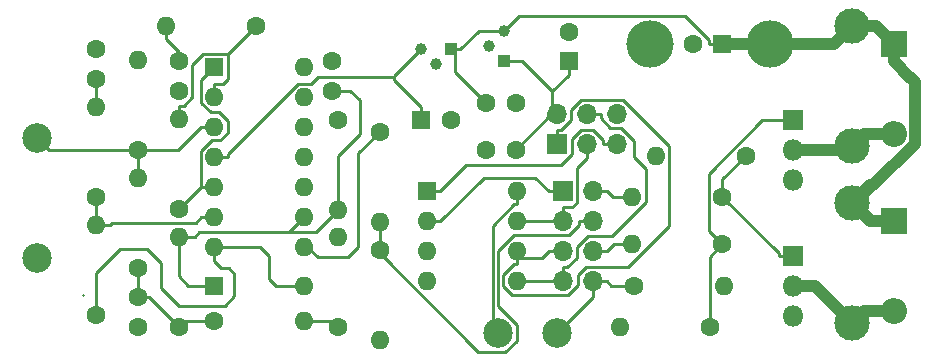
<source format=gtl>
G04 #@! TF.FileFunction,Copper,L1,Top,Signal*
%FSLAX46Y46*%
G04 Gerber Fmt 4.6, Leading zero omitted, Abs format (unit mm)*
G04 Created by KiCad (PCBNEW 4.0.5) date 03/21/18 15:22:20*
%MOMM*%
%LPD*%
G01*
G04 APERTURE LIST*
%ADD10C,0.100000*%
%ADD11C,1.600000*%
%ADD12R,1.600000X1.600000*%
%ADD13O,1.600000X1.600000*%
%ADD14R,2.200000X2.200000*%
%ADD15O,2.200000X2.200000*%
%ADD16C,4.000500*%
%ADD17C,2.499360*%
%ADD18R,1.700000X1.700000*%
%ADD19O,1.700000X1.700000*%
%ADD20C,2.999740*%
%ADD21R,1.800000X1.800000*%
%ADD22O,1.800000X1.800000*%
%ADD23C,1.000000*%
%ADD24R,1.000000X1.000000*%
%ADD25C,0.250000*%
%ADD26C,1.000000*%
G04 APERTURE END LIST*
D10*
D11*
X101000000Y-129500000D03*
X103500000Y-129500000D03*
X75000000Y-126000000D03*
X75000000Y-128500000D03*
D12*
X95500000Y-131000000D03*
D11*
X98000000Y-131000000D03*
X71500000Y-146000000D03*
X71500000Y-148500000D03*
D12*
X121000000Y-124500000D03*
D11*
X118500000Y-124500000D03*
X68000000Y-127500000D03*
X68000000Y-125000000D03*
D12*
X108000000Y-126000000D03*
D11*
X108000000Y-123500000D03*
X103500000Y-133500000D03*
X101000000Y-133500000D03*
X88000000Y-128500000D03*
X88000000Y-126000000D03*
D12*
X78000000Y-145000000D03*
D13*
X85620000Y-145000000D03*
D14*
X135500000Y-139500000D03*
D15*
X135500000Y-147120000D03*
D14*
X135500000Y-124500000D03*
D15*
X135500000Y-132120000D03*
D16*
X125000000Y-124500000D03*
X114840000Y-124500000D03*
D17*
X63000000Y-132500000D03*
X63000000Y-142660000D03*
D18*
X107000000Y-133000000D03*
D19*
X107000000Y-130460000D03*
X109540000Y-133000000D03*
X109540000Y-130460000D03*
X112080000Y-133000000D03*
X112080000Y-130460000D03*
D18*
X107500000Y-137000000D03*
D19*
X110040000Y-137000000D03*
X107500000Y-139540000D03*
X110040000Y-139540000D03*
X107500000Y-142080000D03*
X110040000Y-142080000D03*
X107500000Y-144620000D03*
X110040000Y-144620000D03*
D17*
X102000000Y-149000000D03*
X107000000Y-149000000D03*
D20*
X132000000Y-138000000D03*
X132000000Y-148160000D03*
X132000000Y-123000000D03*
X132000000Y-133160000D03*
D21*
X127000000Y-142500000D03*
D22*
X127000000Y-145040000D03*
X127000000Y-147580000D03*
D21*
X127000000Y-131000000D03*
D22*
X127000000Y-133540000D03*
X127000000Y-136080000D03*
D11*
X71500000Y-143500000D03*
D13*
X71500000Y-135880000D03*
D11*
X71500000Y-133500000D03*
D13*
X71500000Y-125880000D03*
D11*
X81500000Y-123000000D03*
D13*
X73880000Y-123000000D03*
D11*
X75000000Y-138500000D03*
D13*
X75000000Y-130880000D03*
D11*
X68000000Y-137500000D03*
D13*
X68000000Y-129880000D03*
D11*
X68000000Y-147500000D03*
D13*
X68000000Y-139880000D03*
D11*
X88500000Y-131000000D03*
D13*
X88500000Y-138620000D03*
D11*
X75000000Y-148500000D03*
D13*
X75000000Y-140880000D03*
D11*
X88500000Y-148500000D03*
D13*
X88500000Y-140880000D03*
D11*
X78000000Y-148000000D03*
D13*
X85620000Y-148000000D03*
D11*
X92000000Y-132000000D03*
D13*
X92000000Y-139620000D03*
D11*
X92000000Y-142000000D03*
D13*
X92000000Y-149620000D03*
D11*
X113500000Y-145000000D03*
D13*
X121120000Y-145000000D03*
D11*
X121000000Y-137500000D03*
D13*
X113380000Y-137500000D03*
D11*
X123000000Y-134000000D03*
D13*
X115380000Y-134000000D03*
D11*
X121000000Y-141500000D03*
D13*
X113380000Y-141500000D03*
D11*
X120000000Y-148500000D03*
D13*
X112380000Y-148500000D03*
D23*
X96730000Y-126270000D03*
X95460000Y-125000000D03*
D24*
X98000000Y-125000000D03*
D12*
X78000000Y-126500000D03*
D13*
X85620000Y-141740000D03*
X78000000Y-129040000D03*
X85620000Y-139200000D03*
X78000000Y-131580000D03*
X85620000Y-136660000D03*
X78000000Y-134120000D03*
X85620000Y-134120000D03*
X78000000Y-136660000D03*
X85620000Y-131580000D03*
X78000000Y-139200000D03*
X85620000Y-129040000D03*
X78000000Y-141740000D03*
X85620000Y-126500000D03*
D23*
X101230000Y-124730000D03*
X102500000Y-123460000D03*
D24*
X102500000Y-126000000D03*
D12*
X96000000Y-137000000D03*
D13*
X103620000Y-144620000D03*
X96000000Y-139540000D03*
X103620000Y-142080000D03*
X96000000Y-142080000D03*
X103620000Y-139540000D03*
X96000000Y-144620000D03*
X103620000Y-137000000D03*
D25*
X66859400Y-145800000D02*
X66859400Y-145793400D01*
D26*
X121000000Y-124500000D02*
X125000000Y-124500000D01*
X135500000Y-139500000D02*
X133500000Y-139500000D01*
X133500000Y-139500000D02*
X132000000Y-138000000D01*
X136925300Y-127350600D02*
X136925300Y-127425300D01*
X136925300Y-127425300D02*
X135500000Y-126000000D01*
X135500000Y-126000000D02*
X135500000Y-124500000D01*
X132000000Y-138000000D02*
X133499869Y-136500131D01*
X133499869Y-136500131D02*
X133783871Y-136500131D01*
X133783871Y-136500131D02*
X137300001Y-132984001D01*
X137300001Y-132984001D02*
X137300001Y-127725301D01*
X137300001Y-127725301D02*
X136925300Y-127350600D01*
X132000000Y-123000000D02*
X134000000Y-123000000D01*
X134000000Y-123000000D02*
X135500000Y-124500000D01*
X125000000Y-124500000D02*
X130500000Y-124500000D01*
X130500000Y-124500000D02*
X132000000Y-123000000D01*
D25*
X135500000Y-139500000D02*
X134074700Y-139500000D01*
X136925300Y-133649400D02*
X136925300Y-127350600D01*
X132574700Y-138000000D02*
X136925300Y-133649400D01*
X132000000Y-138000000D02*
X132574700Y-138000000D01*
X132574700Y-138000000D02*
X134074700Y-139500000D01*
X98000000Y-125000000D02*
X98412700Y-125000000D01*
X98412700Y-125000000D02*
X98825300Y-125000000D01*
X98412700Y-126912700D02*
X101000000Y-129500000D01*
X98412700Y-125000000D02*
X98412700Y-126912700D01*
X100365300Y-123460000D02*
X102500000Y-123460000D01*
X98825300Y-125000000D02*
X100365300Y-123460000D01*
X119874700Y-124218700D02*
X119874700Y-124500000D01*
X117821100Y-122165100D02*
X119874700Y-124218700D01*
X103794900Y-122165100D02*
X117821100Y-122165100D01*
X102500000Y-123460000D02*
X103794900Y-122165100D01*
X121000000Y-124500000D02*
X119874700Y-124500000D01*
X88000000Y-130500000D02*
X88500000Y-131000000D01*
X75000000Y-125245300D02*
X75000000Y-126000000D01*
X73880000Y-124125300D02*
X75000000Y-125245300D01*
X73880000Y-123000000D02*
X73880000Y-124125300D01*
X72500000Y-146000000D02*
X75000000Y-148500000D01*
X71500000Y-146000000D02*
X72500000Y-146000000D01*
X71500000Y-143500000D02*
X71500000Y-146000000D01*
X75500000Y-148000000D02*
X75000000Y-148500000D01*
X78000000Y-148000000D02*
X75500000Y-148000000D01*
X95500000Y-131000000D02*
X95500000Y-129874700D01*
X86751000Y-127333700D02*
X93210000Y-127333700D01*
X86170100Y-127914600D02*
X86751000Y-127333700D01*
X85049400Y-127914600D02*
X86170100Y-127914600D01*
X79125300Y-133838700D02*
X85049400Y-127914600D01*
X79125300Y-134120000D02*
X79125300Y-133838700D01*
X93210000Y-127250000D02*
X93210000Y-127333700D01*
X95460000Y-125000000D02*
X93210000Y-127250000D01*
X93210000Y-127584700D02*
X95500000Y-129874700D01*
X93210000Y-127333700D02*
X93210000Y-127584700D01*
X78000000Y-134120000D02*
X79012700Y-134120000D01*
X79012700Y-134120000D02*
X79125300Y-134120000D01*
X68000000Y-129880000D02*
X68000000Y-127500000D01*
X107000000Y-130460000D02*
X106600100Y-130460000D01*
X108000000Y-126000000D02*
X108000000Y-127125300D01*
X104074900Y-126000000D02*
X106600100Y-128525200D01*
X102500000Y-126000000D02*
X104074900Y-126000000D01*
X106600100Y-130460000D02*
X106600100Y-128525200D01*
X106600100Y-128525200D02*
X108000000Y-127125300D01*
X106540000Y-130460000D02*
X106600100Y-130460000D01*
X103500000Y-133500000D02*
X106540000Y-130460000D01*
X103620000Y-137000000D02*
X103620000Y-138125300D01*
X101549700Y-148549700D02*
X102000000Y-149000000D01*
X101549700Y-139914300D02*
X101549700Y-148549700D01*
X103338700Y-138125300D02*
X101549700Y-139914300D01*
X103620000Y-138125300D02*
X103338700Y-138125300D01*
X88500000Y-138620000D02*
X88500000Y-134000000D01*
X89500000Y-128500000D02*
X88000000Y-128500000D01*
X90300000Y-129300000D02*
X89500000Y-128500000D01*
X90300000Y-132200000D02*
X90300000Y-129300000D01*
X88500000Y-134000000D02*
X90300000Y-132200000D01*
X84000000Y-140500000D02*
X84320000Y-140500000D01*
X84320000Y-140500000D02*
X85620000Y-139200000D01*
X75000000Y-140880000D02*
X76320000Y-140880000D01*
X86620000Y-140500000D02*
X88500000Y-138620000D01*
X76700000Y-140500000D02*
X84000000Y-140500000D01*
X84000000Y-140500000D02*
X86620000Y-140500000D01*
X76320000Y-140880000D02*
X76700000Y-140500000D01*
X75000000Y-140880000D02*
X75000000Y-144200000D01*
X75800000Y-145000000D02*
X78000000Y-145000000D01*
X75000000Y-144200000D02*
X75800000Y-145000000D01*
X78000000Y-141740000D02*
X78000000Y-142900000D01*
X68000000Y-143900000D02*
X68000000Y-147500000D01*
X70000000Y-141900000D02*
X68000000Y-143900000D01*
X72300000Y-141900000D02*
X70000000Y-141900000D01*
X73500000Y-143100000D02*
X72300000Y-141900000D01*
X73500000Y-145200000D02*
X73500000Y-143100000D01*
X75000000Y-146700000D02*
X73500000Y-145200000D01*
X78900000Y-146700000D02*
X75000000Y-146700000D01*
X79700000Y-145900000D02*
X78900000Y-146700000D01*
X79700000Y-144000000D02*
X79700000Y-145900000D01*
X79200000Y-143500000D02*
X79700000Y-144000000D01*
X78600000Y-143500000D02*
X79200000Y-143500000D01*
X78000000Y-142900000D02*
X78600000Y-143500000D01*
X85620000Y-145000000D02*
X83200000Y-145000000D01*
X81840000Y-141740000D02*
X78000000Y-141740000D01*
X82600000Y-142500000D02*
X81840000Y-141740000D01*
X82600000Y-144400000D02*
X82600000Y-142500000D01*
X83200000Y-145000000D02*
X82600000Y-144400000D01*
D26*
X127000000Y-145040000D02*
X128880000Y-145040000D01*
X128880000Y-145040000D02*
X132000000Y-148160000D01*
X135500000Y-147120000D02*
X133040000Y-147120000D01*
X133040000Y-147120000D02*
X132000000Y-148160000D01*
X127000000Y-133540000D02*
X131620000Y-133540000D01*
X131620000Y-133540000D02*
X132000000Y-133160000D01*
X135500000Y-132120000D02*
X133040000Y-132120000D01*
X133040000Y-132120000D02*
X132000000Y-133160000D01*
D25*
X78000000Y-131580000D02*
X76874700Y-131580000D01*
X74954700Y-133500000D02*
X71500000Y-133500000D01*
X76874700Y-131580000D02*
X74954700Y-133500000D01*
X71500000Y-133500000D02*
X71500000Y-135880000D01*
X64000000Y-133500000D02*
X63000000Y-132500000D01*
X71500000Y-133500000D02*
X64000000Y-133500000D01*
X107000000Y-133000000D02*
X107000000Y-131824700D01*
X107367400Y-131824700D02*
X107000000Y-131824700D01*
X108175300Y-131016800D02*
X107367400Y-131824700D01*
X108175300Y-130147700D02*
X108175300Y-131016800D01*
X109059100Y-129263900D02*
X108175300Y-130147700D01*
X112587100Y-129263900D02*
X109059100Y-129263900D01*
X116515000Y-133191800D02*
X112587100Y-129263900D01*
X116515000Y-139960600D02*
X116515000Y-133191800D01*
X113030900Y-143444700D02*
X116515000Y-139960600D01*
X109487100Y-143444700D02*
X113030900Y-143444700D01*
X108803400Y-144128400D02*
X109487100Y-143444700D01*
X108803400Y-144987700D02*
X108803400Y-144128400D01*
X107964600Y-145826500D02*
X108803400Y-144987700D01*
X103217200Y-145826500D02*
X107964600Y-145826500D01*
X102450700Y-145060000D02*
X103217200Y-145826500D01*
X102450700Y-144093300D02*
X102450700Y-145060000D01*
X103338700Y-143205300D02*
X102450700Y-144093300D01*
X103620000Y-143205300D02*
X103338700Y-143205300D01*
X103620000Y-142080000D02*
X103620000Y-142642600D01*
X103620000Y-142642600D02*
X103620000Y-143205300D01*
X105762100Y-142642600D02*
X106324700Y-142080000D01*
X103620000Y-142642600D02*
X105762100Y-142642600D01*
X107500000Y-142080000D02*
X106324700Y-142080000D01*
X109540000Y-133000000D02*
X109540000Y-134175300D01*
X103620000Y-139540000D02*
X107500000Y-139540000D01*
X108675300Y-135040000D02*
X109540000Y-134175300D01*
X108675300Y-137997500D02*
X108675300Y-135040000D01*
X108308100Y-138364700D02*
X108675300Y-137997500D01*
X107500000Y-138364700D02*
X108308100Y-138364700D01*
X107500000Y-139540000D02*
X107500000Y-138364700D01*
X109540000Y-130460000D02*
X110715300Y-130460000D01*
X103620000Y-144620000D02*
X107500000Y-144620000D01*
X110715300Y-130827400D02*
X110715300Y-130460000D01*
X111523200Y-131635300D02*
X110715300Y-130827400D01*
X112440000Y-131635300D02*
X111523200Y-131635300D01*
X113522300Y-132717600D02*
X112440000Y-131635300D01*
X113522300Y-134076900D02*
X113522300Y-132717600D01*
X114552100Y-135106700D02*
X113522300Y-134076900D01*
X114552100Y-137926800D02*
X114552100Y-135106700D01*
X111668900Y-140810000D02*
X114552100Y-137926800D01*
X109625800Y-140810000D02*
X111668900Y-140810000D01*
X108675300Y-141760500D02*
X109625800Y-140810000D01*
X108675300Y-142636800D02*
X108675300Y-141760500D01*
X107867400Y-143444700D02*
X108675300Y-142636800D01*
X107500000Y-143444700D02*
X107867400Y-143444700D01*
X107500000Y-144620000D02*
X107500000Y-143444700D01*
X110904700Y-132632600D02*
X110904700Y-133000000D01*
X110096800Y-131824700D02*
X110904700Y-132632600D01*
X109048100Y-131824700D02*
X110096800Y-131824700D01*
X108270000Y-132602800D02*
X109048100Y-131824700D01*
X108270000Y-133890100D02*
X108270000Y-132602800D01*
X107368400Y-134791700D02*
X108270000Y-133890100D01*
X99333600Y-134791700D02*
X107368400Y-134791700D01*
X97125300Y-137000000D02*
X99333600Y-134791700D01*
X96000000Y-137000000D02*
X97125300Y-137000000D01*
X112080000Y-133000000D02*
X110904700Y-133000000D01*
X111715300Y-137500000D02*
X111215300Y-137000000D01*
X113380000Y-137500000D02*
X111715300Y-137500000D01*
X110040000Y-137000000D02*
X111215300Y-137000000D01*
X92000000Y-139620000D02*
X92000000Y-142000000D01*
X108864700Y-139907400D02*
X108864700Y-139540000D01*
X108056800Y-140715300D02*
X108864700Y-139907400D01*
X103380600Y-140715300D02*
X108056800Y-140715300D01*
X102000000Y-142095900D02*
X103380600Y-140715300D01*
X102000000Y-146688300D02*
X102000000Y-142095900D01*
X103602900Y-148291200D02*
X102000000Y-146688300D01*
X103602900Y-149646600D02*
X103602900Y-148291200D01*
X102640000Y-150609500D02*
X103602900Y-149646600D01*
X100333600Y-150609500D02*
X102640000Y-150609500D01*
X92000000Y-142275900D02*
X100333600Y-150609500D01*
X92000000Y-142000000D02*
X92000000Y-142275900D01*
X110040000Y-139540000D02*
X108864700Y-139540000D01*
X111795300Y-141500000D02*
X111215300Y-142080000D01*
X113380000Y-141500000D02*
X111795300Y-141500000D01*
X110040000Y-142080000D02*
X111215300Y-142080000D01*
X111595300Y-145000000D02*
X111215300Y-144620000D01*
X113500000Y-145000000D02*
X111595300Y-145000000D01*
X110040000Y-144620000D02*
X111215300Y-144620000D01*
X110040000Y-145960000D02*
X110040000Y-144620000D01*
X107000000Y-149000000D02*
X110040000Y-145960000D01*
X127000000Y-142500000D02*
X125774700Y-142500000D01*
X121000000Y-136000000D02*
X121000000Y-137500000D01*
X123000000Y-134000000D02*
X121000000Y-136000000D01*
X125774700Y-142274700D02*
X125774700Y-142500000D01*
X121000000Y-137500000D02*
X125774700Y-142274700D01*
X119932200Y-148432200D02*
X120000000Y-148500000D01*
X119932200Y-142567800D02*
X119932200Y-148432200D01*
X121000000Y-141500000D02*
X119932200Y-142567800D01*
X124393200Y-131000000D02*
X127000000Y-131000000D01*
X119873300Y-135519900D02*
X124393200Y-131000000D01*
X119873300Y-140373300D02*
X119873300Y-135519900D01*
X121000000Y-141500000D02*
X119873300Y-140373300D01*
X78000000Y-129040000D02*
X78000000Y-127914700D01*
X79125400Y-125374600D02*
X81500000Y-123000000D01*
X77065300Y-125374600D02*
X79125400Y-125374600D01*
X76125300Y-126314600D02*
X77065300Y-125374600D01*
X76125300Y-129051500D02*
X76125300Y-126314600D01*
X75422100Y-129754700D02*
X76125300Y-129051500D01*
X75000000Y-129754700D02*
X75422100Y-129754700D01*
X78703300Y-127914700D02*
X78000000Y-127914700D01*
X79125400Y-127492600D02*
X78703300Y-127914700D01*
X79125400Y-125374600D02*
X79125400Y-127492600D01*
X75000000Y-130880000D02*
X75000000Y-129754700D01*
X75034700Y-138500000D02*
X75000000Y-138500000D01*
X76874700Y-136660000D02*
X75034700Y-138500000D01*
X78000000Y-136660000D02*
X76874700Y-136660000D01*
X76874700Y-133587300D02*
X76874700Y-136660000D01*
X77756600Y-132705400D02*
X76874700Y-133587300D01*
X78510500Y-132705400D02*
X77756600Y-132705400D01*
X79125400Y-132090500D02*
X78510500Y-132705400D01*
X79125400Y-131036400D02*
X79125400Y-132090500D01*
X78399000Y-130310000D02*
X79125400Y-131036400D01*
X77672500Y-130310000D02*
X78399000Y-130310000D01*
X76874600Y-129512100D02*
X77672500Y-130310000D01*
X76874600Y-127625400D02*
X76874600Y-129512100D01*
X78000000Y-126500000D02*
X76874600Y-127625400D01*
X69338900Y-139666400D02*
X69125300Y-139880000D01*
X76408300Y-139666400D02*
X69338900Y-139666400D01*
X76874700Y-139200000D02*
X76408300Y-139666400D01*
X78000000Y-139200000D02*
X76874700Y-139200000D01*
X68000000Y-139880000D02*
X68562700Y-139880000D01*
X68562700Y-139880000D02*
X69125300Y-139880000D01*
X68000000Y-139317300D02*
X68000000Y-137500000D01*
X68562700Y-139880000D02*
X68000000Y-139317300D01*
X88000000Y-148000000D02*
X88500000Y-148500000D01*
X85620000Y-148000000D02*
X88000000Y-148000000D01*
X105174000Y-135849300D02*
X106324700Y-137000000D01*
X100816000Y-135849300D02*
X105174000Y-135849300D01*
X97125300Y-139540000D02*
X100816000Y-135849300D01*
X96000000Y-139540000D02*
X97125300Y-139540000D01*
X107500000Y-137000000D02*
X106324700Y-137000000D01*
X85620000Y-141740000D02*
X85620000Y-141480000D01*
X85620000Y-141480000D02*
X86740000Y-142600000D01*
X86740000Y-142600000D02*
X89300000Y-142600000D01*
X89300000Y-142600000D02*
X90200000Y-141700000D01*
X90200000Y-141700000D02*
X90200000Y-133800000D01*
X90200000Y-133800000D02*
X92000000Y-132000000D01*
M02*

</source>
